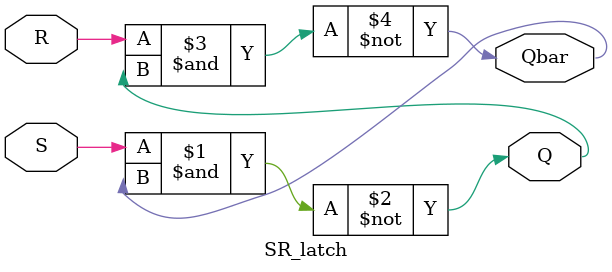
<source format=v>
module SR_latch(S, R, Q, Qbar);
    input S;
    input R;
    output Q;
    output Qbar;

    assign Q = ~(S & Qbar);
    assign Qbar = ~(R & Q);
endmodule

</source>
